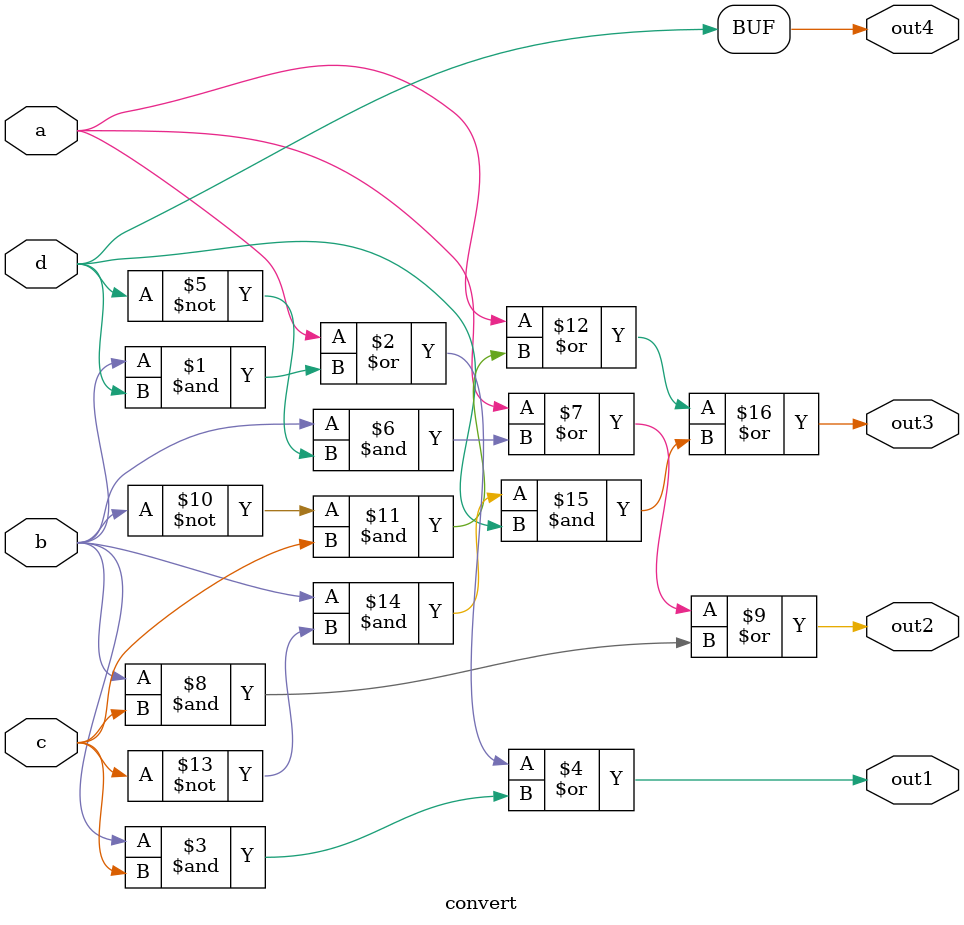
<source format=v>
`timescale 1ns / 1ps

module convert(
    input a, b, c, d,
    output out1, out2, out3, out4
    );
    
assign out1 = a | (b&d) | (b&c);
assign out2 = a | (b&~d) | (b&c);
assign out3 = a | (~b&c) | (b&~c&d);
assign out4 = d;
    
endmodule

</source>
